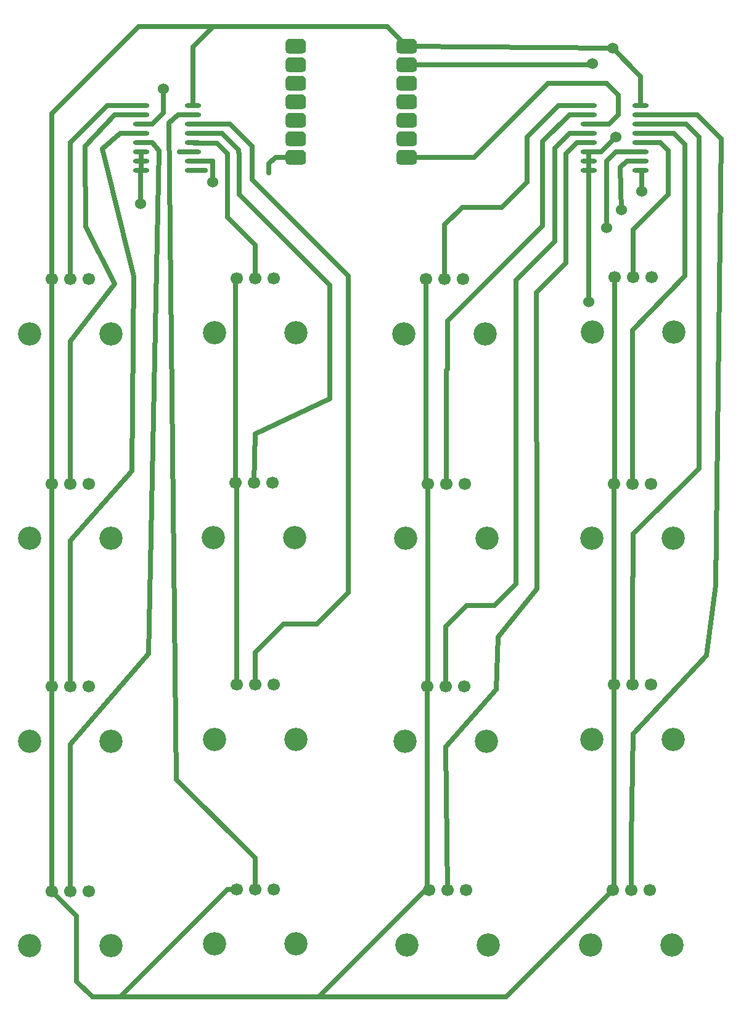
<source format=gtl>
G04 Layer: TopLayer*
G04 EasyEDA v6.5.22, 2022-11-21 05:39:22*
G04 79285abd2fff4639a077ca8fd26d3c4e,5e732c2b7d5540c8836deda47cd93de7,10*
G04 Gerber Generator version 0.2*
G04 Scale: 100 percent, Rotated: No, Reflected: No *
G04 Dimensions in millimeters *
G04 leading zeros omitted , absolute positions ,4 integer and 5 decimal *
%FSLAX45Y45*%
%MOMM*%

%ADD10C,0.7000*%
%ADD11O,2.2310090000000002X0.6020054*%
%ADD12C,1.7000*%
%ADD13C,3.2000*%
%ADD14C,1.5240*%
%ADD15C,0.6096*%
%ADD16C,0.0110*%

%LPD*%
D10*
X4165600Y-5715000D02*
G01*
X6896100Y-5715000D01*
X8363305Y-4247794D01*
X8407400Y-4247794D01*
X3225800Y1327505D02*
G01*
X3225800Y-1453794D01*
X4456760Y6134100D02*
G01*
X4165600Y6134100D01*
X3924300Y5918200D01*
X4356100Y4165600D01*
X4330700Y1498600D01*
X3479800Y546100D01*
X3479800Y-1453794D01*
X11316639Y6261100D02*
G01*
X11938000Y6261100D01*
X12115800Y6083300D01*
X12115800Y1536700D01*
X11214100Y635000D01*
X11214100Y50800D01*
X11201400Y38100D01*
X11201400Y-1428394D01*
X11316639Y6134100D02*
G01*
X11772900Y6134100D01*
X11925300Y5981700D01*
X11925300Y4178300D01*
X11201400Y3429000D01*
X11201400Y3429000D01*
X11201400Y1327505D01*
X5448300Y7594600D02*
G01*
X4419600Y7594600D01*
X3225800Y6400800D01*
X3225800Y4134205D01*
X10603484Y6261100D02*
G01*
X10883900Y6261100D01*
X11010900Y6388100D01*
X11010900Y6654800D01*
X10845800Y6819900D01*
X10045700Y6819900D01*
X9029700Y5803900D01*
X8102600Y5803900D01*
X10934700Y7302500D02*
G01*
X10934700Y7302500D01*
X11315700Y6908800D01*
X11316639Y6515100D01*
X8102600Y7327900D02*
G01*
X10934700Y7302500D01*
X4456760Y5880100D02*
G01*
X4456760Y5753100D01*
X4456684Y5626100D02*
G01*
X4456684Y5626100D01*
X4456684Y5753100D01*
X4456760Y6515100D02*
G01*
X3987800Y6515100D01*
X3479800Y6007100D01*
X3479800Y4134205D01*
X5169839Y6261100D02*
G01*
X5676900Y6261100D01*
X5981700Y5956300D01*
X5981700Y5499100D01*
X7302500Y4178300D01*
X7302500Y-165100D01*
X6870700Y-596900D01*
X6413500Y-596900D01*
X6019800Y-990600D01*
X6019800Y-1428394D01*
X5169839Y6134100D02*
G01*
X5562600Y6134100D01*
X5791200Y5905500D01*
X5791200Y5867400D01*
X5803900Y5854700D01*
X5803900Y5295900D01*
X7048500Y4051300D01*
X7048500Y2489200D01*
X6019800Y2006600D01*
X6007100Y1340205D01*
X5169839Y6007100D02*
G01*
X5182539Y5994400D01*
X5499100Y5994400D01*
X5638800Y5854700D01*
X5638800Y4978400D01*
X6019800Y4597400D01*
X6019800Y4146905D01*
X4456760Y6007100D02*
G01*
X4610100Y6007100D01*
X4699000Y5892800D01*
X4559300Y-1003300D01*
X3479800Y-2247900D01*
X3479800Y-4260494D01*
X5169839Y5880100D02*
G01*
X5169839Y5880100D01*
X4978400Y5880100D01*
X6210300Y5588000D02*
G01*
X6210300Y5715000D01*
X6299200Y5803900D01*
X6578600Y5803900D01*
X5169839Y5753100D02*
G01*
X5435600Y5753100D01*
X5435600Y5461000D01*
X3479800Y1327404D02*
G01*
X3479800Y3276600D01*
X4089400Y4064000D01*
X3695700Y4851400D01*
X3683000Y5956300D01*
X4089400Y6388100D01*
X4456684Y6388100D01*
X4456684Y6261100D02*
G01*
X4610100Y6261100D01*
X4762500Y6413500D01*
X4762500Y6743700D01*
X3225800Y-4260494D02*
G01*
X3568700Y-4603394D01*
X3568700Y-5499100D01*
X3784600Y-5715000D01*
X4165600Y-5715000D01*
X5645505Y-4235094D01*
X5765800Y-4235094D01*
X6896100Y-5715000D02*
G01*
X9467494Y-5715000D01*
X10934700Y-4247794D01*
X8407400Y-4247794D02*
G01*
X8382000Y-4222394D01*
X8382000Y-1453794D01*
X8382000Y-1453794D02*
G01*
X8394700Y-1441094D01*
X8394700Y1327505D01*
X8394700Y1327505D02*
G01*
X8369300Y1352905D01*
X8369300Y4134205D01*
X10934700Y-4247794D02*
G01*
X10947400Y-4235094D01*
X10947400Y-1428394D01*
X10947400Y-1428394D02*
G01*
X10947400Y1327505D01*
X10947400Y1327505D02*
G01*
X10960100Y1340205D01*
X10960100Y4159605D01*
X5169839Y6388100D02*
G01*
X4965700Y6388100D01*
X4838700Y6273800D01*
X4940300Y-2730500D01*
X6019800Y-3810000D01*
X6019800Y-4235094D01*
X5765800Y4146905D02*
G01*
X5753100Y4134205D01*
X5753100Y1340205D01*
X5753100Y1340205D02*
G01*
X5765800Y1327505D01*
X5765800Y-1428394D01*
X5169839Y5626100D02*
G01*
X5334000Y5626100D01*
X8102600Y7327900D02*
G01*
X7835900Y7594600D01*
X5448300Y7594600D01*
X5169839Y7316139D01*
X5169839Y6515100D01*
X10603560Y5880100D02*
G01*
X10603560Y5753100D01*
X10603560Y5626100D02*
G01*
X10603560Y5753100D01*
X10603560Y5880100D02*
G01*
X10769600Y5880100D01*
X10972800Y6083300D01*
X10655300Y7086600D02*
G01*
X10642600Y7073900D01*
X8102600Y7073900D01*
X3225800Y4134205D02*
G01*
X3225800Y1327505D01*
X3225800Y-1453794D02*
G01*
X3225800Y-4260494D01*
X11316639Y6388100D02*
G01*
X12090400Y6388100D01*
X12420600Y6057900D01*
X12344400Y-63500D01*
X12217400Y-1028700D01*
X11214100Y-2108200D01*
X11188700Y-3556000D01*
X11188700Y-4247794D01*
X4456760Y5626100D02*
G01*
X4445000Y5614339D01*
X4445000Y5168900D01*
X10603484Y5626100D02*
G01*
X10604500Y3822700D01*
X10603560Y6007100D02*
G01*
X10439400Y6007100D01*
X10287000Y5854700D01*
X10287000Y4356100D01*
X9880600Y3949700D01*
X9893300Y-114300D01*
X9359900Y-774700D01*
X9334500Y-1498600D01*
X8636000Y-2286000D01*
X8661400Y-4247794D01*
X11316639Y6007100D02*
G01*
X11582400Y6007100D01*
X11696700Y5892800D01*
X11696700Y5295900D01*
X11214100Y4813300D01*
X11214100Y4159605D01*
X10603560Y6134100D02*
G01*
X10337800Y6134100D01*
X10134600Y5930900D01*
X10134600Y4648200D01*
X9601200Y4114800D01*
X9601200Y-50800D01*
X9309100Y-342900D01*
X8928100Y-342900D01*
X8636000Y-635000D01*
X8636000Y-1453794D01*
X11316642Y5626100D02*
G01*
X11328400Y5614342D01*
X11328400Y5334000D01*
X11316715Y5753100D02*
G01*
X11125200Y5753100D01*
X11036300Y5664200D01*
X11049000Y5080000D01*
X11316715Y5880100D02*
G01*
X10972800Y5880100D01*
X10845800Y5753100D01*
X10845800Y5422900D01*
X10845800Y4838700D01*
X10603560Y6388100D02*
G01*
X10337800Y6388100D01*
X9969500Y6019800D01*
X9969500Y4864100D01*
X8661400Y3556000D01*
X8661400Y2895600D01*
X8648700Y2882900D01*
X8648700Y1327505D01*
X10603560Y6515100D02*
G01*
X10185400Y6515100D01*
X9753600Y6083300D01*
X9753600Y5461000D01*
X9410700Y5118100D01*
X8864600Y5118100D01*
X8623300Y4876800D01*
X8623300Y4134205D01*
D11*
G01*
X10603560Y6515100D03*
G01*
X10603560Y6388100D03*
G01*
X10603560Y6261100D03*
G01*
X10603560Y6134100D03*
G01*
X10603560Y6007100D03*
G01*
X10603560Y5880100D03*
G01*
X10603560Y5753100D03*
G01*
X10603560Y5626100D03*
G01*
X11316639Y6515100D03*
G01*
X11316639Y6388100D03*
G01*
X11316639Y6261100D03*
G01*
X11316639Y6134100D03*
G01*
X11316639Y6007100D03*
G01*
X11316639Y5880100D03*
G01*
X11316639Y5753100D03*
G01*
X11316639Y5626100D03*
G01*
X4456760Y6515100D03*
G01*
X4456760Y6388100D03*
G01*
X4456760Y6261100D03*
G01*
X4456760Y6134100D03*
G01*
X4456760Y6007100D03*
G01*
X4456760Y5880100D03*
G01*
X4456760Y5753100D03*
G01*
X4456760Y5626100D03*
G01*
X5169839Y6515100D03*
G01*
X5169839Y6388100D03*
G01*
X5169839Y6261100D03*
G01*
X5169839Y6134100D03*
G01*
X5169839Y6007100D03*
G01*
X5169839Y5880100D03*
G01*
X5169839Y5753100D03*
G01*
X5169839Y5626100D03*
G36*
X6441109Y7377912D02*
G01*
X6441465Y7383932D01*
X6442557Y7389876D01*
X6444361Y7395641D01*
X6446824Y7401153D01*
X6449949Y7406309D01*
X6453682Y7411059D01*
X6457950Y7415326D01*
X6462699Y7419060D01*
X6467881Y7422184D01*
X6473367Y7424673D01*
X6479133Y7426452D01*
X6485077Y7427544D01*
X6491122Y7427899D01*
X6666102Y7427899D01*
X6672148Y7427544D01*
X6678066Y7426452D01*
X6683832Y7424673D01*
X6689343Y7422184D01*
X6694525Y7419060D01*
X6699275Y7415326D01*
X6703542Y7411059D01*
X6707250Y7406309D01*
X6710375Y7401153D01*
X6712864Y7395641D01*
X6714667Y7389876D01*
X6715734Y7383932D01*
X6716115Y7377912D01*
X6716115Y7277912D01*
X6715734Y7271893D01*
X6714667Y7265949D01*
X6712864Y7260183D01*
X6710375Y7254671D01*
X6707250Y7249515D01*
X6703542Y7244765D01*
X6699275Y7240473D01*
X6694525Y7236764D01*
X6689343Y7233640D01*
X6683832Y7231151D01*
X6678066Y7229373D01*
X6672148Y7228281D01*
X6666102Y7227900D01*
X6491122Y7227900D01*
X6485077Y7228281D01*
X6479133Y7229373D01*
X6473367Y7231151D01*
X6467881Y7233640D01*
X6462699Y7236764D01*
X6457950Y7240473D01*
X6453682Y7244765D01*
X6449949Y7249515D01*
X6446824Y7254671D01*
X6444361Y7260183D01*
X6442557Y7265949D01*
X6441465Y7271893D01*
X6441109Y7277912D01*
G37*
G36*
X6441109Y7123912D02*
G01*
X6441465Y7129932D01*
X6442557Y7135876D01*
X6444361Y7141641D01*
X6446824Y7147153D01*
X6449949Y7152309D01*
X6453682Y7157059D01*
X6457950Y7161326D01*
X6462699Y7165060D01*
X6467881Y7168184D01*
X6473367Y7170673D01*
X6479133Y7172452D01*
X6485077Y7173544D01*
X6491122Y7173899D01*
X6666102Y7173899D01*
X6672148Y7173544D01*
X6678066Y7172452D01*
X6683832Y7170673D01*
X6689343Y7168184D01*
X6694525Y7165060D01*
X6699275Y7161326D01*
X6703542Y7157059D01*
X6707250Y7152309D01*
X6710375Y7147153D01*
X6712864Y7141641D01*
X6714667Y7135876D01*
X6715734Y7129932D01*
X6716115Y7123912D01*
X6716115Y7023912D01*
X6715734Y7017893D01*
X6714667Y7011949D01*
X6712864Y7006183D01*
X6710375Y7000671D01*
X6707250Y6995515D01*
X6703542Y6990765D01*
X6699275Y6986473D01*
X6694525Y6982764D01*
X6689343Y6979640D01*
X6683832Y6977151D01*
X6678066Y6975373D01*
X6672148Y6974281D01*
X6666102Y6973900D01*
X6491122Y6973900D01*
X6485077Y6974281D01*
X6479133Y6975373D01*
X6473367Y6977151D01*
X6467881Y6979640D01*
X6462699Y6982764D01*
X6457950Y6986473D01*
X6453682Y6990765D01*
X6449949Y6995515D01*
X6446824Y7000671D01*
X6444361Y7006183D01*
X6442557Y7011949D01*
X6441465Y7017893D01*
X6441109Y7023912D01*
G37*
G36*
X6441109Y6869912D02*
G01*
X6441465Y6875932D01*
X6442557Y6881876D01*
X6444361Y6887641D01*
X6446824Y6893153D01*
X6449949Y6898309D01*
X6453682Y6903059D01*
X6457950Y6907326D01*
X6462699Y6911060D01*
X6467881Y6914184D01*
X6473367Y6916673D01*
X6479133Y6918452D01*
X6485077Y6919544D01*
X6491122Y6919899D01*
X6666102Y6919899D01*
X6672148Y6919544D01*
X6678066Y6918452D01*
X6683832Y6916673D01*
X6689343Y6914184D01*
X6694525Y6911060D01*
X6699275Y6907326D01*
X6703542Y6903059D01*
X6707250Y6898309D01*
X6710375Y6893153D01*
X6712864Y6887641D01*
X6714667Y6881876D01*
X6715734Y6875932D01*
X6716115Y6869912D01*
X6716115Y6769912D01*
X6715734Y6763893D01*
X6714667Y6757949D01*
X6712864Y6752183D01*
X6710375Y6746671D01*
X6707250Y6741515D01*
X6703542Y6736765D01*
X6699275Y6732473D01*
X6694525Y6728764D01*
X6689343Y6725640D01*
X6683832Y6723151D01*
X6678066Y6721373D01*
X6672148Y6720281D01*
X6666102Y6719900D01*
X6491122Y6719900D01*
X6485077Y6720281D01*
X6479133Y6721373D01*
X6473367Y6723151D01*
X6467881Y6725640D01*
X6462699Y6728764D01*
X6457950Y6732473D01*
X6453682Y6736765D01*
X6449949Y6741515D01*
X6446824Y6746671D01*
X6444361Y6752183D01*
X6442557Y6757949D01*
X6441465Y6763893D01*
X6441109Y6769912D01*
G37*
G36*
X6441109Y6615912D02*
G01*
X6441465Y6621932D01*
X6442557Y6627876D01*
X6444361Y6633641D01*
X6446824Y6639153D01*
X6449949Y6644309D01*
X6453682Y6649059D01*
X6457950Y6653326D01*
X6462699Y6657060D01*
X6467881Y6660184D01*
X6473367Y6662673D01*
X6479133Y6664452D01*
X6485077Y6665544D01*
X6491122Y6665899D01*
X6666102Y6665899D01*
X6672148Y6665544D01*
X6678066Y6664452D01*
X6683832Y6662673D01*
X6689343Y6660184D01*
X6694525Y6657060D01*
X6699275Y6653326D01*
X6703542Y6649059D01*
X6707250Y6644309D01*
X6710375Y6639153D01*
X6712864Y6633641D01*
X6714667Y6627876D01*
X6715734Y6621932D01*
X6716115Y6615912D01*
X6716115Y6515912D01*
X6715734Y6509893D01*
X6714667Y6503949D01*
X6712864Y6498183D01*
X6710375Y6492671D01*
X6707250Y6487515D01*
X6703542Y6482765D01*
X6699275Y6478473D01*
X6694525Y6474764D01*
X6689343Y6471640D01*
X6683832Y6469151D01*
X6678066Y6467373D01*
X6672148Y6466281D01*
X6666102Y6465900D01*
X6491122Y6465900D01*
X6485077Y6466281D01*
X6479133Y6467373D01*
X6473367Y6469151D01*
X6467881Y6471640D01*
X6462699Y6474764D01*
X6457950Y6478473D01*
X6453682Y6482765D01*
X6449949Y6487515D01*
X6446824Y6492671D01*
X6444361Y6498183D01*
X6442557Y6503949D01*
X6441465Y6509893D01*
X6441109Y6515912D01*
G37*
G36*
X6441109Y6361912D02*
G01*
X6441465Y6367932D01*
X6442557Y6373876D01*
X6444361Y6379641D01*
X6446824Y6385153D01*
X6449949Y6390309D01*
X6453682Y6395059D01*
X6457950Y6399326D01*
X6462699Y6403060D01*
X6467881Y6406184D01*
X6473367Y6408673D01*
X6479133Y6410452D01*
X6485077Y6411544D01*
X6491122Y6411899D01*
X6666102Y6411899D01*
X6672148Y6411544D01*
X6678066Y6410452D01*
X6683832Y6408673D01*
X6689343Y6406184D01*
X6694525Y6403060D01*
X6699275Y6399326D01*
X6703542Y6395059D01*
X6707250Y6390309D01*
X6710375Y6385153D01*
X6712864Y6379641D01*
X6714667Y6373876D01*
X6715734Y6367932D01*
X6716115Y6361912D01*
X6716115Y6261912D01*
X6715734Y6255893D01*
X6714667Y6249949D01*
X6712864Y6244183D01*
X6710375Y6238671D01*
X6707250Y6233515D01*
X6703542Y6228765D01*
X6699275Y6224473D01*
X6694525Y6220764D01*
X6689343Y6217640D01*
X6683832Y6215151D01*
X6678066Y6213373D01*
X6672148Y6212281D01*
X6666102Y6211900D01*
X6491122Y6211900D01*
X6485077Y6212281D01*
X6479133Y6213373D01*
X6473367Y6215151D01*
X6467881Y6217640D01*
X6462699Y6220764D01*
X6457950Y6224473D01*
X6453682Y6228765D01*
X6449949Y6233515D01*
X6446824Y6238671D01*
X6444361Y6244183D01*
X6442557Y6249949D01*
X6441465Y6255893D01*
X6441109Y6261912D01*
G37*
G36*
X6441109Y6107912D02*
G01*
X6441465Y6113932D01*
X6442557Y6119876D01*
X6444361Y6125641D01*
X6446824Y6131153D01*
X6449949Y6136309D01*
X6453682Y6141059D01*
X6457950Y6145326D01*
X6462699Y6149060D01*
X6467881Y6152184D01*
X6473367Y6154673D01*
X6479133Y6156452D01*
X6485077Y6157544D01*
X6491122Y6157899D01*
X6666102Y6157899D01*
X6672148Y6157544D01*
X6678066Y6156452D01*
X6683832Y6154673D01*
X6689343Y6152184D01*
X6694525Y6149060D01*
X6699275Y6145326D01*
X6703542Y6141059D01*
X6707250Y6136309D01*
X6710375Y6131153D01*
X6712864Y6125641D01*
X6714667Y6119876D01*
X6715734Y6113932D01*
X6716115Y6107912D01*
X6716115Y6007912D01*
X6715734Y6001893D01*
X6714667Y5995949D01*
X6712864Y5990183D01*
X6710375Y5984671D01*
X6707250Y5979515D01*
X6703542Y5974765D01*
X6699275Y5970473D01*
X6694525Y5966764D01*
X6689343Y5963640D01*
X6683832Y5961151D01*
X6678066Y5959373D01*
X6672148Y5958281D01*
X6666102Y5957900D01*
X6491122Y5957900D01*
X6485077Y5958281D01*
X6479133Y5959373D01*
X6473367Y5961151D01*
X6467881Y5963640D01*
X6462699Y5966764D01*
X6457950Y5970473D01*
X6453682Y5974765D01*
X6449949Y5979515D01*
X6446824Y5984671D01*
X6444361Y5990183D01*
X6442557Y5995949D01*
X6441465Y6001893D01*
X6441109Y6007912D01*
G37*
G36*
X6441109Y5853912D02*
G01*
X6441465Y5859932D01*
X6442557Y5865876D01*
X6444361Y5871641D01*
X6446824Y5877153D01*
X6449949Y5882309D01*
X6453682Y5887059D01*
X6457950Y5891326D01*
X6462699Y5895060D01*
X6467881Y5898184D01*
X6473367Y5900673D01*
X6479133Y5902452D01*
X6485077Y5903544D01*
X6491122Y5903899D01*
X6666102Y5903899D01*
X6672148Y5903544D01*
X6678066Y5902452D01*
X6683832Y5900673D01*
X6689343Y5898184D01*
X6694525Y5895060D01*
X6699275Y5891326D01*
X6703542Y5887059D01*
X6707250Y5882309D01*
X6710375Y5877153D01*
X6712864Y5871641D01*
X6714667Y5865876D01*
X6715734Y5859932D01*
X6716115Y5853912D01*
X6716115Y5753912D01*
X6715734Y5747893D01*
X6714667Y5741949D01*
X6712864Y5736183D01*
X6710375Y5730671D01*
X6707250Y5725515D01*
X6703542Y5720765D01*
X6699275Y5716473D01*
X6694525Y5712764D01*
X6689343Y5709640D01*
X6683832Y5707151D01*
X6678066Y5705373D01*
X6672148Y5704281D01*
X6666102Y5703900D01*
X6491122Y5703900D01*
X6485077Y5704281D01*
X6479133Y5705373D01*
X6473367Y5707151D01*
X6467881Y5709640D01*
X6462699Y5712764D01*
X6457950Y5716473D01*
X6453682Y5720765D01*
X6449949Y5725515D01*
X6446824Y5730671D01*
X6444361Y5736183D01*
X6442557Y5741949D01*
X6441465Y5747893D01*
X6441109Y5753912D01*
G37*
G36*
X7965109Y5853912D02*
G01*
X7965465Y5859932D01*
X7966557Y5865876D01*
X7968361Y5871641D01*
X7970824Y5877153D01*
X7973949Y5882309D01*
X7977682Y5887059D01*
X7981950Y5891326D01*
X7986699Y5895060D01*
X7991881Y5898184D01*
X7997367Y5900673D01*
X8003133Y5902452D01*
X8009077Y5903544D01*
X8015122Y5903899D01*
X8190102Y5903899D01*
X8196148Y5903544D01*
X8202066Y5902452D01*
X8207832Y5900673D01*
X8213343Y5898184D01*
X8218525Y5895060D01*
X8223275Y5891326D01*
X8227542Y5887059D01*
X8231250Y5882309D01*
X8234375Y5877153D01*
X8236864Y5871641D01*
X8238667Y5865876D01*
X8239734Y5859932D01*
X8240115Y5853912D01*
X8240115Y5753912D01*
X8239734Y5747893D01*
X8238667Y5741949D01*
X8236864Y5736183D01*
X8234375Y5730671D01*
X8231250Y5725515D01*
X8227542Y5720765D01*
X8223275Y5716473D01*
X8218525Y5712764D01*
X8213343Y5709640D01*
X8207832Y5707151D01*
X8202066Y5705373D01*
X8196148Y5704281D01*
X8190102Y5703900D01*
X8015122Y5703900D01*
X8009077Y5704281D01*
X8003133Y5705373D01*
X7997367Y5707151D01*
X7991881Y5709640D01*
X7986699Y5712764D01*
X7981950Y5716473D01*
X7977682Y5720765D01*
X7973949Y5725515D01*
X7970824Y5730671D01*
X7968361Y5736183D01*
X7966557Y5741949D01*
X7965465Y5747893D01*
X7965109Y5753912D01*
G37*
G36*
X7965109Y6107912D02*
G01*
X7965465Y6113932D01*
X7966557Y6119876D01*
X7968361Y6125641D01*
X7970824Y6131153D01*
X7973949Y6136309D01*
X7977682Y6141059D01*
X7981950Y6145326D01*
X7986699Y6149060D01*
X7991881Y6152184D01*
X7997367Y6154673D01*
X8003133Y6156452D01*
X8009077Y6157544D01*
X8015122Y6157899D01*
X8190102Y6157899D01*
X8196148Y6157544D01*
X8202066Y6156452D01*
X8207832Y6154673D01*
X8213343Y6152184D01*
X8218525Y6149060D01*
X8223275Y6145326D01*
X8227542Y6141059D01*
X8231250Y6136309D01*
X8234375Y6131153D01*
X8236864Y6125641D01*
X8238667Y6119876D01*
X8239734Y6113932D01*
X8240115Y6107912D01*
X8240115Y6007912D01*
X8239734Y6001893D01*
X8238667Y5995949D01*
X8236864Y5990183D01*
X8234375Y5984671D01*
X8231250Y5979515D01*
X8227542Y5974765D01*
X8223275Y5970473D01*
X8218525Y5966764D01*
X8213343Y5963640D01*
X8207832Y5961151D01*
X8202066Y5959373D01*
X8196148Y5958281D01*
X8190102Y5957900D01*
X8015122Y5957900D01*
X8009077Y5958281D01*
X8003133Y5959373D01*
X7997367Y5961151D01*
X7991881Y5963640D01*
X7986699Y5966764D01*
X7981950Y5970473D01*
X7977682Y5974765D01*
X7973949Y5979515D01*
X7970824Y5984671D01*
X7968361Y5990183D01*
X7966557Y5995949D01*
X7965465Y6001893D01*
X7965109Y6007912D01*
G37*
G36*
X7965109Y6361912D02*
G01*
X7965465Y6367932D01*
X7966557Y6373876D01*
X7968361Y6379641D01*
X7970824Y6385153D01*
X7973949Y6390309D01*
X7977682Y6395059D01*
X7981950Y6399326D01*
X7986699Y6403060D01*
X7991881Y6406184D01*
X7997367Y6408673D01*
X8003133Y6410452D01*
X8009077Y6411544D01*
X8015122Y6411899D01*
X8190102Y6411899D01*
X8196148Y6411544D01*
X8202066Y6410452D01*
X8207832Y6408673D01*
X8213343Y6406184D01*
X8218525Y6403060D01*
X8223275Y6399326D01*
X8227542Y6395059D01*
X8231250Y6390309D01*
X8234375Y6385153D01*
X8236864Y6379641D01*
X8238667Y6373876D01*
X8239734Y6367932D01*
X8240115Y6361912D01*
X8240115Y6261912D01*
X8239734Y6255893D01*
X8238667Y6249949D01*
X8236864Y6244183D01*
X8234375Y6238671D01*
X8231250Y6233515D01*
X8227542Y6228765D01*
X8223275Y6224473D01*
X8218525Y6220764D01*
X8213343Y6217640D01*
X8207832Y6215151D01*
X8202066Y6213373D01*
X8196148Y6212281D01*
X8190102Y6211900D01*
X8015122Y6211900D01*
X8009077Y6212281D01*
X8003133Y6213373D01*
X7997367Y6215151D01*
X7991881Y6217640D01*
X7986699Y6220764D01*
X7981950Y6224473D01*
X7977682Y6228765D01*
X7973949Y6233515D01*
X7970824Y6238671D01*
X7968361Y6244183D01*
X7966557Y6249949D01*
X7965465Y6255893D01*
X7965109Y6261912D01*
G37*
G36*
X7965109Y6615912D02*
G01*
X7965465Y6621932D01*
X7966557Y6627876D01*
X7968361Y6633641D01*
X7970824Y6639153D01*
X7973949Y6644309D01*
X7977682Y6649059D01*
X7981950Y6653326D01*
X7986699Y6657060D01*
X7991881Y6660184D01*
X7997367Y6662673D01*
X8003133Y6664452D01*
X8009077Y6665544D01*
X8015122Y6665899D01*
X8190102Y6665899D01*
X8196148Y6665544D01*
X8202066Y6664452D01*
X8207832Y6662673D01*
X8213343Y6660184D01*
X8218525Y6657060D01*
X8223275Y6653326D01*
X8227542Y6649059D01*
X8231250Y6644309D01*
X8234375Y6639153D01*
X8236864Y6633641D01*
X8238667Y6627876D01*
X8239734Y6621932D01*
X8240115Y6615912D01*
X8240115Y6515912D01*
X8239734Y6509893D01*
X8238667Y6503949D01*
X8236864Y6498183D01*
X8234375Y6492671D01*
X8231250Y6487515D01*
X8227542Y6482765D01*
X8223275Y6478473D01*
X8218525Y6474764D01*
X8213343Y6471640D01*
X8207832Y6469151D01*
X8202066Y6467373D01*
X8196148Y6466281D01*
X8190102Y6465900D01*
X8015122Y6465900D01*
X8009077Y6466281D01*
X8003133Y6467373D01*
X7997367Y6469151D01*
X7991881Y6471640D01*
X7986699Y6474764D01*
X7981950Y6478473D01*
X7977682Y6482765D01*
X7973949Y6487515D01*
X7970824Y6492671D01*
X7968361Y6498183D01*
X7966557Y6503949D01*
X7965465Y6509893D01*
X7965109Y6515912D01*
G37*
G36*
X7965109Y6869912D02*
G01*
X7965465Y6875932D01*
X7966557Y6881876D01*
X7968361Y6887641D01*
X7970824Y6893153D01*
X7973949Y6898309D01*
X7977682Y6903059D01*
X7981950Y6907326D01*
X7986699Y6911060D01*
X7991881Y6914184D01*
X7997367Y6916673D01*
X8003133Y6918452D01*
X8009077Y6919544D01*
X8015122Y6919899D01*
X8190102Y6919899D01*
X8196148Y6919544D01*
X8202066Y6918452D01*
X8207832Y6916673D01*
X8213343Y6914184D01*
X8218525Y6911060D01*
X8223275Y6907326D01*
X8227542Y6903059D01*
X8231250Y6898309D01*
X8234375Y6893153D01*
X8236864Y6887641D01*
X8238667Y6881876D01*
X8239734Y6875932D01*
X8240115Y6869912D01*
X8240115Y6769912D01*
X8239734Y6763893D01*
X8238667Y6757949D01*
X8236864Y6752183D01*
X8234375Y6746671D01*
X8231250Y6741515D01*
X8227542Y6736765D01*
X8223275Y6732473D01*
X8218525Y6728764D01*
X8213343Y6725640D01*
X8207832Y6723151D01*
X8202066Y6721373D01*
X8196148Y6720281D01*
X8190102Y6719900D01*
X8015122Y6719900D01*
X8009077Y6720281D01*
X8003133Y6721373D01*
X7997367Y6723151D01*
X7991881Y6725640D01*
X7986699Y6728764D01*
X7981950Y6732473D01*
X7977682Y6736765D01*
X7973949Y6741515D01*
X7970824Y6746671D01*
X7968361Y6752183D01*
X7966557Y6757949D01*
X7965465Y6763893D01*
X7965109Y6769912D01*
G37*
G36*
X7965109Y7123912D02*
G01*
X7965465Y7129932D01*
X7966557Y7135876D01*
X7968361Y7141641D01*
X7970824Y7147153D01*
X7973949Y7152309D01*
X7977682Y7157059D01*
X7981950Y7161326D01*
X7986699Y7165060D01*
X7991881Y7168184D01*
X7997367Y7170673D01*
X8003133Y7172452D01*
X8009077Y7173544D01*
X8015122Y7173899D01*
X8190102Y7173899D01*
X8196148Y7173544D01*
X8202066Y7172452D01*
X8207832Y7170673D01*
X8213343Y7168184D01*
X8218525Y7165060D01*
X8223275Y7161326D01*
X8227542Y7157059D01*
X8231250Y7152309D01*
X8234375Y7147153D01*
X8236864Y7141641D01*
X8238667Y7135876D01*
X8239734Y7129932D01*
X8240115Y7123912D01*
X8240115Y7023912D01*
X8239734Y7017893D01*
X8238667Y7011949D01*
X8236864Y7006183D01*
X8234375Y7000671D01*
X8231250Y6995515D01*
X8227542Y6990765D01*
X8223275Y6986473D01*
X8218525Y6982764D01*
X8213343Y6979640D01*
X8207832Y6977151D01*
X8202066Y6975373D01*
X8196148Y6974281D01*
X8190102Y6973900D01*
X8015122Y6973900D01*
X8009077Y6974281D01*
X8003133Y6975373D01*
X7997367Y6977151D01*
X7991881Y6979640D01*
X7986699Y6982764D01*
X7981950Y6986473D01*
X7977682Y6990765D01*
X7973949Y6995515D01*
X7970824Y7000671D01*
X7968361Y7006183D01*
X7966557Y7011949D01*
X7965465Y7017893D01*
X7965109Y7023912D01*
G37*
G36*
X7965109Y7377912D02*
G01*
X7965465Y7383932D01*
X7966557Y7389876D01*
X7968361Y7395641D01*
X7970824Y7401153D01*
X7973949Y7406309D01*
X7977682Y7411059D01*
X7981950Y7415326D01*
X7986699Y7419060D01*
X7991881Y7422184D01*
X7997367Y7424673D01*
X8003133Y7426452D01*
X8009077Y7427544D01*
X8015122Y7427899D01*
X8190102Y7427899D01*
X8196148Y7427544D01*
X8202066Y7426452D01*
X8207832Y7424673D01*
X8213343Y7422184D01*
X8218525Y7419060D01*
X8223275Y7415326D01*
X8227542Y7411059D01*
X8231250Y7406309D01*
X8234375Y7401153D01*
X8236864Y7395641D01*
X8238667Y7389876D01*
X8239734Y7383932D01*
X8240115Y7377912D01*
X8240115Y7277912D01*
X8239734Y7271893D01*
X8238667Y7265949D01*
X8236864Y7260183D01*
X8234375Y7254671D01*
X8231250Y7249515D01*
X8227542Y7244765D01*
X8223275Y7240473D01*
X8218525Y7236764D01*
X8213343Y7233640D01*
X8207832Y7231151D01*
X8202066Y7229373D01*
X8196148Y7228281D01*
X8190102Y7227900D01*
X8015122Y7227900D01*
X8009077Y7228281D01*
X8003133Y7229373D01*
X7997367Y7231151D01*
X7991881Y7233640D01*
X7986699Y7236764D01*
X7981950Y7240473D01*
X7977682Y7244765D01*
X7973949Y7249515D01*
X7970824Y7254671D01*
X7968361Y7260183D01*
X7966557Y7265949D01*
X7965465Y7271893D01*
X7965109Y7277912D01*
G37*
D12*
G01*
X11442700Y-4247794D03*
G01*
X11188700Y-4247794D03*
G01*
X10934700Y-4247794D03*
D13*
G01*
X10628706Y-4997780D03*
G01*
X11748693Y-4997805D03*
D12*
G01*
X11455400Y-1428394D03*
G01*
X11201400Y-1428394D03*
G01*
X10947400Y-1428394D03*
D13*
G01*
X10641406Y-2178380D03*
G01*
X11761393Y-2178405D03*
D12*
G01*
X11455400Y1327505D03*
G01*
X11201400Y1327505D03*
G01*
X10947400Y1327505D03*
D13*
G01*
X10641406Y577519D03*
G01*
X11761393Y577494D03*
D12*
G01*
X11468100Y4159605D03*
G01*
X11214100Y4159605D03*
G01*
X10960100Y4159605D03*
D13*
G01*
X10654106Y3409619D03*
G01*
X11774093Y3409594D03*
D12*
G01*
X8915400Y-4247794D03*
G01*
X8661400Y-4247794D03*
G01*
X8407400Y-4247794D03*
D13*
G01*
X8101406Y-4997780D03*
G01*
X9221393Y-4997805D03*
D12*
G01*
X8890000Y-1453794D03*
G01*
X8636000Y-1453794D03*
G01*
X8382000Y-1453794D03*
D13*
G01*
X8076006Y-2203780D03*
G01*
X9195993Y-2203805D03*
D12*
G01*
X8902700Y1327505D03*
G01*
X8648700Y1327505D03*
G01*
X8394700Y1327505D03*
D13*
G01*
X8088706Y577519D03*
G01*
X9208693Y577494D03*
D12*
G01*
X8877300Y4134205D03*
G01*
X8623300Y4134205D03*
G01*
X8369300Y4134205D03*
D13*
G01*
X8063306Y3384219D03*
G01*
X9183293Y3384194D03*
D12*
G01*
X3733800Y4134205D03*
G01*
X3479800Y4134205D03*
G01*
X3225800Y4134205D03*
D13*
G01*
X2919806Y3384219D03*
G01*
X4039793Y3384194D03*
D12*
G01*
X3733800Y1327505D03*
G01*
X3479800Y1327505D03*
G01*
X3225800Y1327505D03*
D13*
G01*
X2919806Y577519D03*
G01*
X4039793Y577494D03*
D12*
G01*
X3733800Y-1453794D03*
G01*
X3479800Y-1453794D03*
G01*
X3225800Y-1453794D03*
D13*
G01*
X2919806Y-2203780D03*
G01*
X4039793Y-2203805D03*
D12*
G01*
X3733800Y-4260494D03*
G01*
X3479800Y-4260494D03*
G01*
X3225800Y-4260494D03*
D13*
G01*
X2919806Y-5010480D03*
G01*
X4039793Y-5010505D03*
D12*
G01*
X6273800Y4146905D03*
G01*
X6019800Y4146905D03*
G01*
X5765800Y4146905D03*
D13*
G01*
X5459806Y3396919D03*
G01*
X6579793Y3396894D03*
D12*
G01*
X6261100Y1340205D03*
G01*
X6007100Y1340205D03*
G01*
X5753100Y1340205D03*
D13*
G01*
X5447106Y590219D03*
G01*
X6567093Y590194D03*
D12*
G01*
X6273800Y-1428394D03*
G01*
X6019800Y-1428394D03*
G01*
X5765800Y-1428394D03*
D13*
G01*
X5459806Y-2178380D03*
G01*
X6579793Y-2178405D03*
D12*
G01*
X6273800Y-4235094D03*
G01*
X6019800Y-4235094D03*
G01*
X5765800Y-4235094D03*
D13*
G01*
X5459806Y-4985080D03*
G01*
X6579793Y-4985105D03*
D14*
G01*
X11328400Y5334000D03*
G01*
X11049000Y5080000D03*
G01*
X10845800Y4838700D03*
G01*
X6578600Y7327900D03*
G01*
X6578600Y7073900D03*
G01*
X6578600Y6819900D03*
G01*
X6578600Y6565900D03*
G01*
X6578600Y6311900D03*
G01*
X6578600Y6057900D03*
G01*
X6578600Y5803900D03*
G01*
X8102600Y7327900D03*
G01*
X8102600Y7073900D03*
G01*
X8102600Y6565900D03*
G01*
X8102600Y6311900D03*
G01*
X8102600Y6057900D03*
G01*
X8102600Y5803900D03*
G01*
X5435600Y5461000D03*
G01*
X4762500Y6743700D03*
G01*
X10934700Y7302500D03*
G01*
X10655300Y7086600D03*
G01*
X10972800Y6083300D03*
G01*
X4445000Y5168900D03*
G01*
X10604500Y3822700D03*
D15*
G01*
X4978400Y5880100D03*
G01*
X6210300Y5588000D03*
G01*
X5334000Y5626100D03*
M02*

</source>
